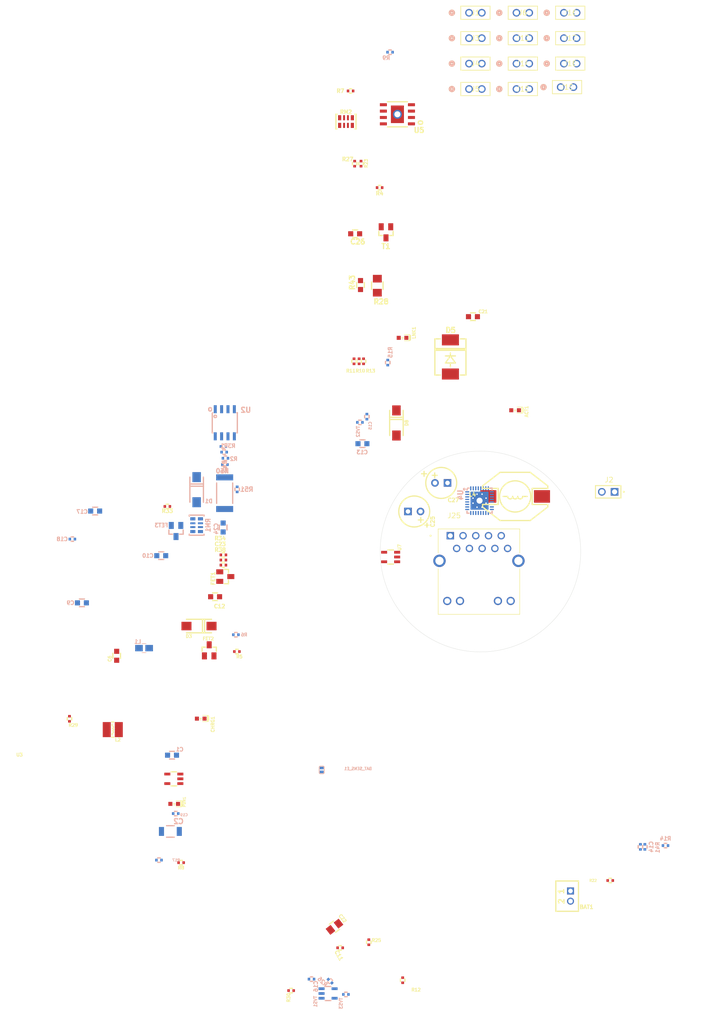
<source format=kicad_pcb>
(kicad_pcb (version 20221018) (generator pcbnew)
  (title_block (title "ESP32-PoE") (date "2024-06-06") (rev "L1") (company "OLIMEX Ltd.") (comment 1 "https://www.olimex.com"))
  (layers (0 "F.Cu" mixed) (1 "In1.Cu" power) (2 "In2.Cu" power) (31 "B.Cu" mixed) (34 "B.Paste" user) (35 "F.Paste" user) (36 "B.SilkS" user "B.Silkscreen") (37 "F.SilkS" user "F.Silkscreen") (38 "B.Mask" user) (39 "F.Mask" user) (44 "Edge.Cuts" user))
  (net 0 "")
  (net 1 "+5V")
  (net 2 "GND")
  (net 3 "Net-(ACT1-K)")
  (net 4 "Net-(ACT1-A)")
  (net 5 "Net-(U3-VBAT)")
  (net 7 "/+5V_USB")
  (net 8 "Net-(D3-K)")
  (net 9 "Net-(J25-RCT)")
  (net 10 "Net-(D5-K)")
  (net 11 "Net-(U4-VDDCR)")
  (net 12 "Net-(U4-NRST)")
  (net 13 "Net-(U5-FB)")
  (net 14 "Net-(CHRG1-K)")
  (net 15 "+5VP")
  (net 16 "Spare1")
  (net 17 "Spare2")
  (net 18 "/GPI39")
  (net 20 "Net-(C2-Pad2)")
  (net 24 "+3.3VLAN")
  (net 25 "Net-(U7-LX)")
  (net 26 "/GPI35")
  (net 27 "Net-(LNK1-K)")
  (net 28 "Net-(LNK1-A)")
  (net 30 "Net-(PWR1-K)")
  (net 31 "Net-(C10-Pad2)")
  (net 32 "Net-(C12-Pad2)")
  (net 33 "Net-(T1-C)")
  (net 34 "Net-(U3-PROG)")
  (net 35 "Net-(U2-DET)")
  (net 36 "Net-(U3-CHRGb)")
  (net 37 "Net-(U2-ILIM)")
  (net 38 "Net-(BAT_SENS_E1-Pad2)")
  (net 39 "/GPIO27\\EMAC_RX_CRS_DV")
  (net 40 "/GPIO25\\EMAC_RXD0(RMII)")
  (net 41 "/GPIO18\\MDIO(RMII)")
  (net 42 "/GPIO26\\EMAC_RXD1(RMII)")
  (net 43 "/GPIO12\\PHY_PWR")
  (net 44 "/GPIO22\\EMAC_TXD1(RMII)")
  (net 45 "/GPIO19\\EMAC_TXD0(RMII)")
  (net 46 "/GPIO21\\EMAC_TX_EN(RMII)")
  (net 47 "/GPIO23\\MDC(RMII)")
  (net 48 "/GPIO17\\EMAC_CLK_OUT_180")
  (net 49 "/TD+")
  (net 50 "/TD-")
  (net 51 "/RD+")
  (net 52 "/RD-")
  (net 53 "Net-(U4-RBIAS)")
  (net 54 "Net-(U2-CLASS)")
  (net 55 "Net-(U7-FB)")
  (net 56 "Net-(U5-BS)")
  (net 57 "Net-(U4-RXER{slash}RXD4{slash}PHYAD0)")
  (net 58 "Net-(R28-Pad1)")
  (net 59 "Net-(U2-NC{slash}UVLO)")
  (net 60 "Net-(U4-RXCLK{slash}PHYAD1)")
  (net 61 "Net-(U4-RXD3{slash}PHYAD2)")
  (net 62 "Net-(C26-Pad1)")
  (net 63 "Net-(U4-RXD2{slash}RMIISEL)")
  (net 64 "+3.3V")
  (net 65 "Net-(U2-PG)")
  (footprint "OLIMEX_Transistors-FP:SOT23" (layer "F.Cu") (at 50.1523 154.40656 -90)
    (fp_text reference "FET2" (at -2.32156 0.1905) (layer "F.SilkS") (effects (font (size 0.635 0.635) (thickness 0.15875))))
    (fp_text value "WPM2015-3/TR")
    (pad "1" smd rect (at 1.10744 0.94996 270) (size 1.4 1) (layers "F.Cu" "F.Paste" "F.Mask") (net 1 "+5V") (clearance 0.0508))
    (pad "2" smd rect (at 1.10744 -0.9525 270) (size 1.4 1) (layers "F.Cu" "F.Paste" "F.Mask") (net 8 "Net-(D3-K)") (clearance 0.0508))
    (pad "3" smd rect (at -1.10236 0.00254 270) (size 1.4 1) (layers "F.Cu" "F.Paste" "F.Mask") (net 5 "Net-(U3-VBAT)") (clearance 0.0508))
  )
  (footprint "OLIMEX_RLC-FP:R_MATRIX_4" (layer "F.Cu") (at 77.441101 49.079399 180)
    (fp_text reference "RM2" (at 0 1.905) (layer "F.SilkS") (effects (font (size 0.762 0.762) (thickness 0.1905))))
    (fp_text value "RA1206_(4X0603)_4B8_2.2k")
    (pad "1.1" smd rect (at -1.27 0.762 180) (size 0.635 1.016) (layers "F.Cu" "F.Paste" "F.Mask") (net 24 "+3.3VLAN") (clearance 0.0508))
    (pad "1.2" smd rect (at -1.27 -0.762 180) (size 0.635 1.016) (layers "F.Cu" "F.Paste" "F.Mask") (net 42 "/GPIO26\\EMAC_RXD1(RMII)") (clearance 0.0508))
    (pad "2.1" smd rect (at -0.381 0.762 180) (size 0.381 1.016) (layers "F.Cu" "F.Paste" "F.Mask") (net 24 "+3.3VLAN") (clearance 0.0508))
    (pad "2.2" smd rect (at -0.381 -0.762 180) (size 0.381 1.016) (layers "F.Cu" "F.Paste" "F.Mask") (net 40 "/GPIO25\\EMAC_RXD0(RMII)") (clearance 0.0508))
    (pad "3.1" smd rect (at 0.381 0.762 180) (size 0.381 1.016) (layers "F.Cu" "F.Paste" "F.Mask") (net 24 "+3.3VLAN") (clearance 0.0508))
    (pad "3.2" smd rect (at 0.381 -0.762 180) (size 0.381 1.016) (layers "F.Cu" "F.Paste" "F.Mask") (net 39 "/GPIO27\\EMAC_RX_CRS_DV") (clearance 0.0508))
    (pad "4.1" smd rect (at 1.27 0.762 180) (size 0.635 1.016) (layers "F.Cu" "F.Paste" "F.Mask") (net 24 "+3.3VLAN") (clearance 0.0508))
    (pad "4.2" smd rect (at 1.27 -0.762 180) (size 0.635 1.016) (layers "F.Cu" "F.Paste" "F.Mask") (net 41 "/GPIO18\\MDIO(RMII)") (clearance 0.0508))
  )
  (footprint "OLIMEX_RLC-FP:R_0402_5MIL_DWS" (layer "F.Cu") (at 84.146701 62.236599)
    (fp_text reference "R4" (at 0 1.143) (layer "F.SilkS") (effects (font (size 0.762 0.762) (thickness 0.1905))))
    (fp_text value "47k/R0402")
    (pad "1" smd rect (at -0.508 0 180) (size 0.5 0.55) (layers "F.Cu" "F.Paste" "F.Mask") (net 1 "+5V"))
    (pad "2" smd rect (at 0.508 0) (size 0.5 0.55) (layers "F.Cu" "F.Paste" "F.Mask") (net 18 "/GPI39"))
  )
  (footprint "OLIMEX_RLC-FP:R_0402_5MIL_DWS" (layer "F.Cu") (at 44.5516 196.6976 180)
    (fp_text reference "R8" (at 0 -1.016 180) (layer "F.SilkS") (effects (font (size 0.635 0.635) (thickness 0.15875))))
    (fp_text value "2.2k/R0402")
    (pad "1" smd rect (at -0.508 0) (size 0.5 0.55) (layers "F.Cu" "F.Paste" "F.Mask") (net 14 "Net-(CHRG1-K)"))
    (pad "2" smd rect (at 0.508 0 180) (size 0.5 0.55) (layers "F.Cu" "F.Paste" "F.Mask") (net 36 "Net-(U3-CHRGb)"))
  )
  (footprint "OLIMEX_LEDs-FP:LED_0603_KA" (layer "F.Cu") (at 48.4632 168.0108 180)
    (fp_text reference "CHRG1" (at -2.413 -1.143 270) (layer "F.SilkS") (effects (font (size 0.635 0.635) (thickness 0.15875))))
    (fp_text value "LED/YELLOW/0603")
    (pad "1" smd rect (at -0.762 0) (size 0.8 0.8) (layers "F.Cu" "F.Paste" "F.Mask") (net 14 "Net-(CHRG1-K)"))
    (pad "2" smd rect (at 0.762 0) (size 0.8 0.8) (layers "F.Cu" "F.Paste" "F.Mask") (net 1 "+5V"))
  )
  (footprint "OLIMEX_RLC-FP:R_0402_5MIL_DWS" (layer "F.Cu") (at 130.14706 200.25614 180)
    (fp_text reference "R22" (at 3.429 0) (layer "F.SilkS") (effects (font (size 0.508 0.508) (thickness 0.127))))
    (fp_text value "470k/R0402")
    (pad "1" smd rect (at -0.508 0) (size 0.5 0.55) (layers "F.Cu" "F.Paste" "F.Mask") (net 38 "Net-(BAT_SENS_E1-Pad2)"))
    (pad "2" smd rect (at 0.508 0 180) (size 0.5 0.55) (layers "F.Cu" "F.Paste" "F.Mask") (net 2 "GND"))
  )
  (footprint "OLIMEX_RLC-FP:R_0402_5MIL_DWS" (layer "F.Cu") (at 55.6768 154.6504)
    (fp_text reference "R5" (at 0.508 1.016 180) (layer "F.SilkS") (effects (font (size 0.635 0.635) (thickness 0.15875))))
    (fp_text value "2.2k/R0402")
    (pad "1" smd rect (at -0.508 0 180) (size 0.5 0.55) (layers "F.Cu" "F.Paste" "F.Mask") (net 30 "Net-(PWR1-K)"))
    (pad "2" smd rect (at 0.508 0) (size 0.5 0.55) (layers "F.Cu" "F.Paste" "F.Mask") (net 2 "GND"))
  )
  (footprint "OLIMEX_RLC-FP:R_0402_5MIL_DWS" (layer "F.Cu") (at 80.946301 96.831399 -90)
    (fp_text reference "R13" (at 1.905 -1.397) (layer "F.SilkS") (effects (font (size 0.635 0.635) (thickness 0.15875))))
    (fp_text value "49.9R/1%/R0402")
    (pad "1" smd rect (at -0.508 0 90) (size 0.5 0.55) (layers "F.Cu" "F.Paste" "F.Mask") (net 9 "Net-(J25-RCT)"))
    (pad "2" smd rect (at 0.508 0 270) (size 0.5 0.55) (layers "F.Cu" "F.Paste" "F.Mask") (net 49 "/TD+"))
  )
  (footprint "OLIMEX_RLC-FP:R_0402_5MIL_DWS" (layer "F.Cu") (at 81.9912 212.5472 90)
    (fp_text reference "R25" (at 0.381 1.524 180) (layer "F.SilkS") (effects (font (size 0.635 0.635) (thickness 0.15875))))
    (fp_text value "10k/R0402")
    (pad "1" smd rect (at -0.508 0 270) (size 0.5 0.55) (layers "F.Cu" "F.Paste" "F.Mask") (net 12 "Net-(U4-NRST)"))
    (pad "2" smd rect (at 0.508 0 90) (size 0.5 0.55) (layers "F.Cu" "F.Paste" "F.Mask") (net 24 "+3.3VLAN"))
  )
  (footprint "OLIMEX_RLC-FP:C_0603_5MIL_DWS" (layer "F.Cu") (at 102.764901 87.941399 180)
    (fp_text reference "C21" (at -2.032 1.016 180) (layer "F.SilkS") (effects (font (size 0.635 0.635) (thickness 0.15875))))
    (fp_text value "NA(10uF/6.3V/20%/X5R/C0603)")
    (pad "1" smd rect (at -0.889 0 180) (size 1.016 1.016) (layers "F.Cu" "F.Paste" "F.Mask") (net 2 "GND") (clearance 0.0508))
    (pad "2" smd rect (at 0.889 0 180) (size 1.016 1.016) (layers "F.Cu" "F.Paste" "F.Mask") (net 12 "Net-(U4-NRST)") (clearance 0.0508))
  )
  (footprint "OLIMEX_Diodes-FP:SMA-KA" (layer "F.Cu") (at 87.499501 109.114199 -90)
    (fp_text reference "D8" (at 0 -2.032 90) (layer "F.SilkS") (effects (font (size 0.635 0.635) (thickness 0.15875))))
    (fp_text value "SMAJ58A/SMA")
    (pad "1" smd rect (at -2.5 0 270) (size 2 1.7) (layers "F.Cu" "F.Paste" "F.Mask") (net 16 "Spare1"))
    (pad "2" smd rect (at 2.5 0 270) (size 2 1.7) (layers "F.Cu" "F.Paste" "F.Mask") (net 17 "Spare2"))
  )
  (footprint "OLIMEX_RLC-FP:C_0805_5MIL_DWS" (layer "F.Cu") (at 75.145381 209.464312 38)
    (fp_text reference "C22" (at 2.292872 -0.315802 308) (layer "F.SilkS") (effects (font (size 0.635 0.635) (thickness 0.15875))))
    (fp_text value "47uF/6.3V/20%/X5R/C0805")
    (pad "1" smd rect (at -1.016 0 128) (size 1.524 1.27) (layers "F.Cu" "F.Paste" "F.Mask") (net 64 "+3.3V"))
    (pad "2" smd rect (at 1.016 0 128) (size 1.524 1.27) (layers "F.Cu" "F.Paste" "F.Mask") (net 2 "GND"))
  )
  (footprint "OLIMEX_RLC-FP:R_0402_5MIL_DWS" (layer "F.Cu") (at 41.8084 125.7452)
    (fp_text reference "R33" (at 0 0.889) (layer "F.SilkS") (effects (font (size 0.762 0.762) (thickness 0.1905))))
    (fp_text value "4.7R/R0402")
    (pad "1" smd rect (at -0.508 0 180) (size 0.5 0.55) (layers "F.Cu" "F.Paste" "F.Mask") (net 56 "Net-(U5-BS)"))
    (pad "2" smd rect (at 0.508 0) (size 0.5 0.55) (layers "F.Cu" "F.Paste" "F.Mask") (net 32 "Net-(C12-Pad2)"))
  )
  (footprint "OLIMEX_Transistors-FP:SOT23" (layer "F.Cu") (at 53.3654 139.7152 180)
    (fp_text reference "FET1" (at 2.413 -0.381 270) (layer "F.SilkS") (effects (font (size 0.762 0.762) (thickness 0.1905))))
    (fp_text value "WPM2015-3/TR")
    (pad "1" smd rect (at 1.10744 0.94996 180) (size 1.4 1) (layers "F.Cu" "F.Paste" "F.Mask") (net 15 "+5VP") (clearance 0.0508))
    (pad "2" smd rect (at 1.10744 -0.9525 180) (size 1.4 1) (layers "F.Cu" "F.Paste" "F.Mask") (net 1 "+5V") (clearance 0.0508))
    (pad "3" smd rect (at -1.10236 0.00254 180) (size 1.4 1) (layers "F.Cu" "F.Paste" "F.Mask") (net 7 "/+5V_USB") (clearance 0.0508))
  )
  (footprint "OLIMEX_RLC-FP:C_0603_5MIL_DWS" (layer "F.Cu") (at 51.3334 143.7284 180)
    (fp_text reference "C12" (at -0.889 -1.905 180) (layer "F.SilkS") (effects (font (size 0.762 0.762) (thickness 0.1905))))
    (fp_text value "100nF/100V/10%/X7R/C0603")
    (pad "1" smd rect (at -0.889 0 180) (size 1.016 1.016) (layers "F.Cu" "F.Paste" "F.Mask") (net 10 "Net-(D5-K)") (clearance 0.0508))
    (pad "2" smd rect (at 0.889 0 180) (size 1.016 1.016) (layers "F.Cu" "F.Paste" "F.Mask") (net 32 "Net-(C12-Pad2)") (clearance 0.0508))
  )
  (footprint "OLIMEX_RLC-FP:C_0402_5MIL_DWS" (layer "F.Cu") (at 52.9844 136.4132)
    (fp_text reference "C23" (at -0.635 -3.175) (layer "F.SilkS") (effects (font (size 0.762 0.762) (thickness 0.1905))))
    (fp_text value "12pF/50V/5%/COG/C0402")
    (pad "1" smd rect (at -0.508 0 180) (size 0.5 0.55) (layers "F.Cu" "F.Paste" "F.Mask") (net 15 "+5VP"))
    (pad "2" smd rect (at 0.508 0) (size 0.5 0.55) (layers "F.Cu" "F.Paste" "F.Mask") (net 13 "Net-(U5-FB)"))
  )
  (footprint "OLIMEX_RLC-FP:R_0402_5MIL_DWS" (layer "F.Cu") (at 52.9844 135.3972 180)
    (fp_text reference "R34" (at 0.635 3.302 180) (layer "F.SilkS") (effects (font (size 0.762 0.762) (thickness 0.1905))))
    (fp_text value "5.23k/1%/R0402")
    (pad "1" smd rect (at -0.508 0) (size 0.5 0.55) (layers "F.Cu" "F.Paste" "F.Mask") (net 13 "Net-(U5-FB)"))
    (pad "2" smd rect (at 0.508 0 180) (size 0.5 0.55) (layers "F.Cu" "F.Paste" "F.Mask") (net 2 "GND"))
  )
  (footprint "OLIMEX_RLC-FP:R_0402_5MIL_DWS" (layer "F.Cu") (at 52.9844 137.4292)
    (fp_text reference "R38" (at -0.635 -3.048) (layer "F.SilkS") (effects (font (size 0.762 0.762) (thickness 0.1905))))
    (fp_text value "30.1k/1%/R0402")
    (pad "1" smd rect (at -0.508 0 180) (size 0.5 0.55) (layers "F.Cu" "F.Paste" "F.Mask") (net 15 "+5VP"))
    (pad "2" smd rect (at 0.508 0) (size 0.5 0.55) (layers "F.Cu" "F.Paste" "F.Mask") (net 13 "Net-(U5-FB)"))
  )
  (footprint "OLIMEX_RLC-FP:CD32" (layer "F.Cu") (at 30.918 170.1952)
    (fp_text reference "L2" (at 1.016 2.032) (layer "F.SilkS") (effects (font (size 0.635 0.635) (thickness 0.15875))))
    (fp_text value "2.2uH/1.5A/DCR=72mR/20%/3.00x3.00x1.50mm/CD32(NR3015T2R2M)")
    (pad "1" smd rect (at -1.2 0 180) (size 1.6 3) (layers "F.Cu" "F.Paste" "F.Mask") (net 25 "Net-(U7-LX)") (clearance 0.0508))
    (pad "2" smd rect (at 1.2 0 180) (size 1.6 3) (layers "F.Cu" "F.Paste" "F.Mask") (net 64 "+3.3V") (clearance 0.0508))
  )
  (footprint "OLIMEX_RLC-FP:CPOL-RM2.5mm_6.3x11mm_PTH" (layer "F.Cu") (at 96.4384 121.0564)
    (fp_text reference "C27" (at 2.413 3.429) (layer "F.SilkS") (effects (font (size 0.762 0.762) (thickness 0.1905))))
    (fp_text value "15uF/100V/20%/RM2.5/6.3x11mm(Farnell:1281844)")
    (fp_text user "+" (at -1.3 -1.6) (layer "F.SilkS") (effects (font (size 1.27 1.27) (thickness 0.254))))
    (fp_text user "+" (at -3.429 -1.905) (layer "F.SilkS") (effects (font (size 1.27 1.27) (thickness 0.254))))
    (pad "1" thru_hole circle (at -1.25 0) (size 1.524 1.524) (drill 0.9) (layers "*.Cu" "*.Mask") (net 16 "Spare1"))
    (pad "2" thru_hole rect (at 1.25 0) (size 1.524 1.524) (drill 0.9) (layers "*.Cu" "*.Mask") (net 2 "GND"))
  )
  (footprint "OLIMEX_Diodes-FP:DO214AB(SMC)_1(K)-2(A)" (layer "F.Cu") (at 98.269101 95.964199 -90)
    (fp_text reference "D5" (at -5.334 -0.0508) (layer "F.SilkS") (effects (font (size 1.016 1.016) (thickness 0.254))))
    (fp_text value "SS510/100V/5A/0.85V/DO214AB(SMC)")
    (pad "1" smd rect (at -3.4 0 270) (size 2.2 3.4) (layers "F.Cu" "F.Paste" "F.Mask") (net 10 "Net-(D5-K)"))
    (pad "2" smd rect (at 3.4 0 270) (size 2.2 3.4) (layers "F.Cu" "F.Paste" "F.Mask") (net 2 "GND"))
  )
  (footprint "OLIMEX_RLC-FP:CPOL-RM2.5mm_6.3x11mm_PTH" (layer "F.Cu") (at 91.0536 126.746 180)
    (fp_text reference "C25" (at -3.683 -2.032 90) (layer "F.SilkS") (effects (font (size 0.762 0.762) (thickness 0.1905))))
    (fp_text value "470uF/10V/20%/Low_ESR/RM2.5/6.0x11mm")
    (fp_text user "+" (at -2.54 -2.667) (layer "F.SilkS") (effects (font (size 1.016 1.016) (thickness 0.254))))
    (fp_text user "+" (at -1.3 -1.6) (layer "F.SilkS") (effects (font (size 1.27 1.27) (thickness 0.254))))
    (pad "1" thru_hole circle (at -1.25 0 180) (size 1.524 1.524) (drill 0.9) (layers "*.Cu" "*.Mask") (net 15 "+5VP"))
    (pad "2" thru_hole rect (at 1.25 0 180) (size 1.524 1.524) (drill 0.9) (layers "*.Cu" "*.Mask") (net 2 "GND"))
  )
  (footprint "OLIMEX_RLC-FP:DBS135" (layer "F.Cu") (at 111.1852 123.7488 180)
    (fp_text reference "L4" (at 8.509 0.381 180) (layer "F.SilkS") (effects (font (size 0.762 0.762) (thickness 0.1905))))
    (fp_text value "33uH/2.1A/DCR=0.1R/20%/DBS135(PD3316MT330)")
    (pad "1" smd rect (at -5.35 0 180) (size 3.2 2.5) (layers "F.Cu" "F.Paste" "F.Mask") (net 10 "Net-(D5-K)"))
    (pad "2" smd rect (at 5.35 0 180) (size 3.2 2.5) (layers "F.Cu" "F.Paste" "F.Mask") (net 15 "+5VP"))
  )
  (footprint "OLIMEX_RLC-FP:R_0402_5MIL_DWS" (layer "F.Cu") (at 22.282 168.0362 90)
    (fp_text reference "R29" (at -1.27 0.762) (layer "F.SilkS") (effects (font (size 0.635 0.635) (thickness 0.15875))))
    (fp_text value "220k/R0402")
    (pad "1" smd rect (at -0.508 0 270) (size 0.5 0.55) (layers "F.Cu" "F.Paste" "F.Mask") (net 55 "Net-(U7-FB)"))
    (pad "2" smd rect (at 0.508 0 90) (size 0.5 0.55) (layers "F.Cu" "F.Paste" "F.Mask") (net 64 "+3.3V"))
  )
  (footprint "OLIMEX_RLC-FP:R_0402_5MIL_DWS" (layer "F.Cu") (at 66.4972 222.184)
    (fp_text reference "R30" (at -0.508 1.397 90) (layer "F.SilkS") (effects (font (size 0.635 0.635) (thickness 0.15875))))
    (fp_text value "49.9k/1%/R0402")
    (pad "1" smd rect (at -0.508 0 180) (size 0.5 0.55) (layers "F.Cu" "F.Paste" "F.Mask") (net 55 "Net-(U7-FB)"))
    (pad "2" smd rect (at 0.508 0) (size 0.5 0.55) (layers "F.Cu" "F.Paste" "F.Mask") (net 2 "GND"))
  )
  (footprint "OLIMEX_RLC-FP:C_0603_5MIL_DWS" (layer "F.Cu") (at 31.6992 155.4886 -90)
    (fp_text reference "C6" (at 0.5842 1.3716 270) (layer "F.SilkS") (effects (font (size 0.635 0.635) (thickness 0.15875))))
    (fp_text value "22uF/6.3V/20%/X5R/C0603")
    (pad "1" smd rect (at -0.889 0 270) (size 1.016 1.016) (layers "F.Cu" "F.Paste" "F.Mask") (net 8 "Net-(D3-K)") (clearance 0.0508))
    (pad "2" smd rect (at 0.889 0 270) (size 1.016 1.016) (layers "F.Cu" "F.Paste" "F.Mask") (net 2 "GND") (clearance 0.0508))
  )
  (footprint "OLIMEX_Diodes-FP:SMA-KA" (layer "F.Cu") (at 48.1184 149.5704 180)
    (fp_text reference "D3" (at 2.032 -2.032 180) (layer "F.SilkS") (effects (font (size 0.635 0.635) (thickness 0.15875))))
    (fp_text value "1N5822/SS34/SMA")
    (pad "1" smd rect (at -2.5 0 180) (size 2 1.7) (layers "F.Cu" "F.Paste" "F.Mask") (net 8 "Net-(D3-K)"))
    (pad "2" smd rect (at 2.5 0 180) (size 2 1.7) (layers "F.Cu" "F.Paste" "F.Mask") (net 1 "+5V"))
  )
  (footprint "OLIMEX_Regulators-FP:SOT-23-5" (layer "F.Cu") (at 86.346301 135.815799)
    (fp_text reference "U7" (at 1.778 -1.905 90) (layer "F.SilkS") (effects (font (size 0.635 0.635) (thickness 0.15875))))
    (fp_text value "SY8089AAAC(SOT23-5)")
    (pad "1" smd rect (at 1.3 0.95) (size 1.2 0.55) (layers "F.Cu" "F.Paste" "F.Mask") (net 8 "Net-(D3-K)") (clearance 0.0508))
    (pad "2" smd rect (at 1.3 0) (size 1.2 0.55) (layers "F.Cu" "F.Paste" "F.Mask") (net 2 "GND") (clearance 0.0508))
    (pad "3" smd rect (at 1.3 -0.95) (size 1.2 0.55) (layers "F.Cu" "F.Paste" "F.Mask") (net 25 "Net-(U7-LX)") (clearance 0.0508))
    (pad "4" smd rect (at -1.3 -0.95) (size 1.2 0.55) (layers "F.Cu" "F.Paste" "F.Mask") (net 8 "Net-(D3-K)") (clearance 0.0508))
    (pad "5" smd rect (at -1.3 0.95) (size 1.2 0.55) (layers "F.Cu" "F.Paste" "F.Mask") (net 55 "Net-(U7-FB)") (clearance 0.0508))
  )
  (footprint "OLIMEX_RLC-FP:R_0402_5MIL_DWS" (layer "F.Cu") (at 80.057301 96.831399 -90)
    (fp_text reference "R10" (at 1.905 -0.254 180) (layer "F.SilkS") (effects (font (size 0.635 0.635) (thickness 0.15875))))
    (fp_text value "49.9R/1%/R0402")
    (pad "1" smd rect (at -0.508 0 90) (size 0.5 0.55) (layers "F.Cu" "F.Paste" "F.Mask") (net 9 "Net-(J25-RCT)"))
    (pad "2" smd rect (at 0.508 0 270) (size 0.5 0.55) (layers "F.Cu" "F.Paste" "F.Mask") (net 52 "/RD-"))
  )
  (footprint "OLIMEX_RLC-FP:C_0402_5MIL_DWS" (layer "F.Cu") (at 76.2762 213.6648)
    (fp_text reference "C11" (at -0.254 1.524 120) (layer "F.SilkS") (effects (font (size 0.762 0.762) (thickness 0.1905))))
    (fp_text value "100nF/16V/10%/X7R/C0402")
    (pad "1" smd rect (at -0.508 0 180) (size 0.5 0.55) (layers "F.Cu" "F.Paste" "F.Mask") (net 9 "Net-(J25-RCT)"))
    (pad "2" smd rect (at 0.508 0) (size 0.5 0.55) (layers "F.Cu" "F.Paste" "F.Mask") (net 2 "GND"))
  )
  (footprint "OLIMEX_RLC-FP:R_0402_5MIL_DWS" (layer "F.Cu") (at 88.7476 220.1164 -90)
    (fp_text reference "R12" (at 1.905 -2.667 180) (layer "F.SilkS") (effects (font (size 0.635 0.635) (thickness 0.15875))))
    (fp_text value "49.9R/1%/R0402")
    (pad "1" smd rect (at -0.508 0 90) (size 0.5 0.55) (layers "F.Cu" "F.Paste" "F.Mask") (net 9 "Net-(J25-RCT)"))
    (pad "2" smd rect (at 0.508 0 270) (size 0.5 0.55) (layers "F.Cu" "F.Paste" "F.Mask") (net 50 "/TD-"))
  )
  (footprint "OLIMEX_LEDs-FP:LED_0603_KA" (layer "F.Cu") (at 111.172301 106.584999 180)
    (fp_text reference "ACT1" (at -2.286 -0.254 270) (layer "F.SilkS") (effects (font (size 0.635 0.635) (thickness 0.15875))))
    (fp_text value "LED/YELLOW/0603")
    (pad "1" smd rect (at -0.762 0) (size 0.8 0.8) (layers "F.Cu" "F.Paste" "F.Mask") (net 3 "Net-(ACT1-K)"))
    (pad "2" smd rect (at 0.762 0) (size 0.8 0.8) (layers "F.Cu" "F.Paste" "F.Mask") (net 4 "Net-(ACT1-A)"))
  )
  (footprint "OLIMEX_LEDs-FP:LED_0603_KA" (layer "F.Cu") (at 88.718701 92.157799 180)
    (fp_text reference "LNK1" (at -2.286 1.016 270) (layer "F.SilkS") (effects (font (size 0.635 0.635) (thickness 0.15875))))
    (fp_text value "LED/GREEN/0603")
    (pad "1" smd rect (at -0.762 0) (size 0.8 0.8) (layers "F.Cu" "F.Paste" "F.Mask") (net 27 "Net-(LNK1-K)"))
    (pad "2" smd rect (at 0.762 0) (size 0.8 0.8) (layers "F.Cu" "F.Paste" "F.Mask") (net 28 "Net-(LNK1-A)"))
  )
  (footprint "OLIMEX_RLC-FP:R_0402_5MIL_DWS" (layer "F.Cu") (at 79.041301 96.831399 -90)
    (fp_text reference "R11" (at 1.905 0.635) (layer "F.SilkS") (effects (font (size 0.635 0.635) (thickness 0.15875))))
    (fp_text value "49.9R/1%/R0402")
    (pad "1" smd rect (at -0.508 0 90) (size 0.5 0.55) (layers "F.Cu" "F.Paste" "F.Mask") (net 9 "Net-(J25-RCT)"))
    (pad "2" smd rect (at 0.508 0 270) (size 0.5 0.55) (layers "F.Cu" "F.Paste" "F.Mask") (net 51 "/RD+"))
  )
  (footprint "OLIMEX_RLC-FP:R_1206_5MIL_DWS" (layer "F.Cu") (at 83.689501 81.769199 90)
    (fp_text reference "R28" (at -3.175 0.762) (layer "F.SilkS") (effects (font (size 1.016 1.016) (thickness 0.254))))
    (fp_text value "0.03R/1%/R1206")
    (pad "1" smd rect (at -1.397 0 90) (size 1.524 1.778) (layers "F.Cu" "F.Paste" "F.Mask") (net 58 "Net-(R28-Pad1)"))
    (pad "2" smd rect (at 1.397 0 90) (size 1.524 1.778) (layers "F.Cu" "F.Paste" "F.Mask") (net 16 "Spare1"))
  )
  (footprint "OLIMEX_Regulators-FP:ESOIC-8" (layer "F.Cu") (at 87.696701 47.631599 90)
    (fp_text reference "U5" (at -3.175 4.318 180) (layer "F.SilkS") (effects (font (size 1.016 1.016) (thickness 0.254))))
    (fp_text value "TX4138(ESOIC-8)")
    (fp_text user "o" (at -1.651 4.445 90) (layer "F.SilkS") (effects (font (size 1.27 1.27) (thickness 0.254))))
    (pad "1" smd rect (at -1.905 2.8 90) (size 0.6 1.4) (layers "F.Cu" "F.Paste" "F.Mask") (net 10 "Net-(D5-K)") (clearance 0.0508))
    (pad "2" smd rect (at -0.635 2.8 90) (size 0.6 1.4) (layers "F.Cu" "F.Paste" "F.Mask") (net 58 "Net-(R28-Pad1)") (clearance 0.0508))
    (pad "3" smd rect (at 0.635 2.8 90) (size 0.6 1.4) (layers "F.Cu" "F.Paste" "F.Mask") (net 16 "Spare1") (clearance 0.0508))
    (pad "4" smd rect (at 1.905 2.8 90) (size 0.6 1.4) (layers "F.Cu" "F.Paste" "F.Mask") (net 2 "GND") (clearance 0.0508))
    (pad "5" smd rect (at 1.905 -2.8 90) (size 0.6 1.4) (layers "F.Cu" "F.Paste" "F.Mask") (net 13 "Net-(U5-FB)") (clearance 0.0508))
    (pad "6" smd rect (at 0.635 -2.8 90) (size 0.6 1.4) (layers "F.Cu" "F.Paste" "F.Mask") (net 65 "Net-(U2-PG)") (clearance 0.0508))
    (pad "7" smd rect (at -0.635 -2.8 90) (size 0.6 1.4) (layers "F.Cu" "F.Paste" "F.Mask") (clearance 0.0508))
    (pad "8" smd rect (at -1.905 -2.8 90) (size 0.6 1.4) (layers "F.Cu" "F.Paste" "F.Mask") (net 56 "Net-(U5-BS)") (clearance 0.0508))
    (pad "9" thru_hole circle (at 0 0 90) (size 1.8 1.8) (drill 1.2) (layers "*.Cu" "*.Mask") (net 58 "Net-(R28-Pad1)") (clearance 0.0508))
    (pad "9" smd rect (at 0 0 180) (size 2.6 3.5) (layers "F.Cu" "F.Paste" "F.Mask") (net 58 "Net-(R28-Pad1)"))
  )
  (footprint "OLIMEX_RLC-FP:C_0603_5MIL_DWS" (layer "F.Cu") (at 79.269901 71.431399 180)
    (fp_text reference "C26" (at -0.508 -1.5875) (layer "F.SilkS") (effects (font (size 1.016 1.016) (thickness 0.254))))
    (fp_text value "NA(220pF/100V/C0603)")
    (pad "1" smd rect (at -0.889 0 180) (size 1.016 1.016) (layers "F.Cu" "F.Paste" "F.Mask") (net 62 "Net-(C26-Pad1)") (clearance 0.0508))
    (pad "2" smd rect (at 0.889 0 180) (size 1.016 1.016) (layers "F.Cu" "F.Paste" "F.Mask") (net 2 "GND") (clearance 0.0508))
  )
  (footprint "OLIMEX_RLC-FP:R_0603_5MIL_DWS" (layer "F.Cu") (at 80.336701 81.642199 90)
    (fp_text reference "R43" (at 0.508 -1.651 90) (layer "F.SilkS") (effects (font (size 1.016 1.016) (thickness 0.254))))
    (fp_text value "NA(22R/R0603)")
    (pad "1" smd rect (at -0.889 0 90) (size 1.016 1.016) (layers "F.Cu" "F.Paste" "F.Mask") (net 62 "Net-(C26-Pad1)"))
    (pad "2" smd rect (at 0.889 0 90) (size 1.016 1.016) (layers "F.Cu" "F.Paste" "F.Mask") (net 10 "Net-(D5-K)"))
  )
  (footprint "OLIMEX_Connectors-FP:LIPO_BAT_VERTICAL_DW02S" (layer "F.Cu") (at 118.68658 203.36764 -90)
    (fp_text reference "BAT1" (at 2.159 -6.731 180) (layer "F.SilkS") (effects (font (size 0.762 0.762) (thickness 0.1905))))
    (fp_text value "DW02S")
    (fp_text user "1" (at -0.98298 -1.67894 90) (layer "F.SilkS") (effects (font (size 1.1 1.1) (thickness 0.254))))
    (fp_text user "2" (at 1.02108 -1.72974 90) (layer "F.SilkS") (effects (font (size 1.1 1.1) (thickness 0.254))))
    (pad "1" thru_hole rect (at -1.0287 -3.53568 270) (size 1.4 1.4) (drill 0.9) (layers "*.Cu" "*.Mask") (net 5 "Net-(U3-VBAT)"))
    (pad "2" thru_hole circle (at 1.00076 -3.53822 270) (size 1.4 1.4) (drill 0.9) (layers "*.Cu" "*.Mask") (net 2 "GND"))
  )
  (footprint "OLIMEX_IC-FP:SOT-23-5" (layer "F.Cu") (at 43.0992 179.9996)
    (fp_text reference "U3" (at -30.7848 -4.7854) (layer "F.SilkS") (effects (font (size 0.635 0.635) (thickness 0.15875))))
    (fp_text value "BL4054B-42TPRN(SOT23-5)")
    (pad "1" smd rect (at 1.3 0.95) (size 1.2 0.55) (layers "F.Cu" "F.Paste" "F.Mask") (net 36 "Net-(U3-CHRGb)") (clearance 0.0508))
    (pad "2" smd rect (at 1.3 0) (size 1.2 0.55) (layers "F.Cu" "F.Paste" "F.Mask") (net 2 "GND") (clearance 0.0508))
    (pad "3" smd rect (at 1.3 -0.95) (size 1.2 0.55) (layers "F.Cu" "F.Paste" "F.Mask") (net 5 "Net-(U3-VBAT)") (clearance 0.0508))
    (pad "4" smd rect (at -1.3 -0.95) (size 1.2 0.55) (layers "F.Cu" "F.Paste" "F.Mask") (net 1 "+5V") (clearance 0.0508))
    (pad "5" smd rect (at -1.3 0.95) (size 1.2 0.55) (layers "F.Cu" "F.Paste" "F.Mask") (net 34 "Net-(U3-PROG)") (clearance 0.0508))
  )
  (footprint "OLIMEX_Transistors-FP:SOT23" (layer "F.Cu") (at 85.414161 71.141839 90)
    (fp_text reference "T1" (at -2.794 0) (layer "F.SilkS") (effects (font (size 1.016 1.016) (thickness 0.254))))
    (fp_text value "LMUN2211LT1G(SOT-23)")
    (pad "1" smd rect (at 1.10744 0.94996 90) (size 1.4 1) (layers "F.Cu" "F.Paste" "F.Mask") (net 43 "/GPIO12\\PHY_PWR") (clearance 0.0508))
    (pad "2" smd rect (at 1.10744 -0.9525 90) (size 1.4 1) (layers "F.Cu" "F.Paste" "F.Mask") (net 2 "GND") (clearance 0.0508))
    (pad "3" smd rect (at -1.10236 0.00254 90) (size 1.4 1) (layers "F.Cu" "F.Paste" "F.Mask") (net 33 "Net-(T1-C)") (clearance 0.0508))
  )
  (footprint "OLIMEX_LEDs-FP:LED_0603_KA" (layer "F.Cu") (at 43.1708 184.9932 180)
    (fp_text reference "PWR1" (at -2.032 0.381 90) (layer "F.SilkS") (effects (font (size 0.508 0.508) (thickness 0.127))))
    (fp_text value "LED/RED/0603")
    (pad "1" smd rect (at -0.762 0) (size 0.8 0.8) (layers "F.Cu" "F.Paste" "F.Mask") (net 30 "Net-(PWR1-K)"))
    (pad "2" smd rect (at 0.762 0) (size 0.8 0.8) (layers "F.Cu" "F.Paste" "F.Mask") (net 1 "+5V"))
  )
  (footprint "OLIMEX_RLC-FP:R_0402_5MIL_DWS" (layer "F.Cu") (at 79.168301 57.461399 -90)
    (fp_text reference "R27" (at -0.889 1.397) (layer "F.SilkS") (effects (font (size 0.762 0.762) (thickness 0.1905))))
    (fp_text value "4.42k/1%/1/16W/R0402")
    (pad "1" smd rect (at -0.508 0 90) (size 0.5 0.55) (layers "F.Cu" "F.Paste" "F.Mask") (net 17 "Spare2"))
    (pad "2" smd rect (at 0.508 0 270) (size 0.5 0.55) (layers "F.Cu" "F.Paste" "F.Mask") (net 54 "Net-(U2-CLASS)"))
  )
  (footprint "OLIMEX_RLC-FP:R_0402_5MIL_DWS" (layer "F.Cu") (at 80.438301 57.461399 90)
    (fp_text reference "R23" (at 0.0635 1.016 90) (layer "F.SilkS") (effects (font (size 0.6096 0.6096) (thickness 0.1524))))
    (fp_text value "180k/1%/R0402")
    (pad "1" smd rect (at -0.508 0 270) (size 0.5 0.55) (layers "F.Cu" "F.Paste" "F.Mask") (net 37 "Net-(U2-ILIM)"))
    (pad "2" smd rect (at 0.508 0 90) (size 0.5 0.55) (layers "F.Cu" "F.Paste" "F.Mask") (net 17 "Spare2"))
  )
  (footprint "OLIMEX_RLC-FP:R_0402_5MIL_DWS" (layer "F.Cu") (at 78.355501 42.983399)
    (fp_text reference "R7" (at -2.032 0) (layer "F.SilkS") (effects (font (size 0.762 0.762) (thickness 0.1905))))
    (fp_text value "24.9k/1%/R0402")
    (pad "1" smd rect (at -0.508 0 180) (size 0.5 0.55) (layers "F.Cu" "F.Paste" "F.Mask") (net 16 "Spare1"))
    (pad "2" smd rect (at 0.508 0) (size 0.5 0.55) (layers "F.Cu" "F.Paste" "F.Mask") (net 35 "Net-(U2-DET)"))
  )
  (footprint "RS1-02-G:CONN_RS1-02-G_ADM" (layer "F.Cu") (at 111.4454 27.404)
    (fp_text reference "J6" (at 1.27 0 unlocked) (layer "F.SilkS"))
    (fp_text value "RS1-02-G")
    (pad "1" thru_hole circle (at 0 0) (size 1.524 1.524) (drill 1.016) (layers "*.Cu" "*.Mask") (net 41 "/GPIO18\\MDIO(RMII)"))
    (pad "2" thru_hole circle (at 2.54 0) (size 1.524 1.524) (drill 1.016) (layers "*.Cu" "*.Mask") (net 2 "GND"))
  )
  (footprint "RS1-02-G:CONN_RS1-02-G_ADM" (layer "F.Cu") (at 111.4454 37.532)
    (fp_text reference "J14" (at 1.27 0 unlocked) (layer "F.SilkS"))
    (fp_text value "RS1-02-G")
    (pad "1" thru_hole circle (at 0 0) (size 1.524 1.524) (drill 1.016) (layers "*.Cu" "*.Mask") (net 42 "/GPIO26\\EMAC_RXD1(RMII)"))
    (pad "2" thru_hole circle (at 2.54 0) (size 1.524 1.524) (drill 1.016) (layers "*.Cu" "*.Mask") (net 2 "GND"))
  )
  (footprint "RS1-02-G:CONN_RS1-02-G_ADM" (layer "F.Cu") (at 101.9872 32.468)
    (fp_text reference "J3" (at 1.27 0 unlocked) (layer "F.SilkS"))
    (fp_text value "RS1-02-G")
    (pad "1" thru_hole circle (at 0 0) (size 1.524 1.524) (drill 1.016) (layers "*.Cu" "*.Mask") (net 46 "/GPIO21\\EMAC_TX_EN(RMII)"))
    (pad "2" thru_hole circle (at 2.54 0) (size 1.524 1.524) (drill 1.016) (layers "*.Cu" "*.Mask") (net 2 "GND"))
  )
  (footprint "RS1-02-G:CONN_RS1-02-G_ADM" (layer "F.Cu") (at 120.9036 27.404)
    (fp_text reference "J16" (at 1.27 0 unlocked) (layer "F.SilkS"))
    (fp_text value "RS1-02-G")
    (pad "1" thru_hole circle (at 0 0) (size 1.524 1.524) (drill 1.016) (layers "*.Cu" "*.Mask") (net 48 "/GPIO17\\EMAC_CLK_OUT_180"))
    (pad "2" thru_hole circle (at 2.54 0) (size 1.524 1.524) (drill 1.016) (layers "*.Cu" "*.Mask") (net 2 "GND"))
  )
  (footprint "RS1-02-G:CONN_RS1-02-G_ADM" (layer "F.Cu") (at 120.9036 32.468)
    (fp_text reference "J17" (at 1.27 0 unlocked) (layer "F.SilkS"))
    (fp_text value "RS1-02-G")
    (pad "1" thru_hole circle (at 0 0) (size 1.524 1.524) (drill 1.016) (layers "*.Cu" "*.Mask") (net 43 "/GPIO12\\PHY_PWR"))
    (pad "2" thru_hole circle (at 2.54 0) (size 1.524 1.524) (drill 1.016) (layers "*.Cu" "*.Mask") (net 2 "GND"))
  )
  (footprint "RS1-02-G:CONN_RS1-02-G_ADM" (layer "F.Cu") (at 120.9036 37.532)
    (fp_text reference "J18" (at 1.27 0 unlocked) (layer "F.SilkS"))
    (fp_text value "RS1-02-G")
    (pad "1" thru_hole circle (at 0 0) (size 1.524 1.524) (drill 1.016) (layers "*.Cu" "*.Mask") (net 64 "+3.3V"))
    (pad "2" thru_hole circle (at 2.54 0) (size 1.524 1.524) (drill 1.016) (layers "*.Cu" "*.Mask") (net 2 "GND"))
  )
  (footprint "RS1-02-G:CONN_RS1-02-G_ADM" (layer "F.Cu") (at 101.9872 37.532)
    (fp_text reference "J4" (at 1.27 0 unlocked) (layer "F.SilkS"))
    (fp_text value "RS1-02-G")
    (pad "1" thru_hole circle (at 0 0) (size 1.524 1.524) (drill 1.016) (layers "*.Cu" "*.Mask") (net 40 "/GPIO25\\EMAC_RXD0(RMII)"))
    (pad "2" thru_hole circle (at 2.54 0) (size 1.524 1.524) (drill 1.016) (layers "*.Cu" "*.Mask") (net 2 "GND"))
  )
  (footprint "RS1-02-G:CONN_RS1-02-G_ADM" (layer "F.Cu") (at 120.265501 42.221399)
    (fp_text reference "J19" (at 1.27 0 unlocked) (layer "F.SilkS"))
    (fp_text value "RS1-02-G")
    (pad "1" thru_hole circle (at 0 0) (size 1.524 1.524) (drill 1.016) (layers "*.Cu" "*.Mask") (net 15 "+5VP"))
    (pad "2" thru_hole circle (at 2.54 0) (size 1.524 1.524) (drill 1.016) (layers "*.Cu" "*.Mask") (net 2 "GND"))
  )
  (footprint "RS1-02-G:CONN_RS1-02-G_ADM" (layer "F.Cu") (at 101.9872 42.596)
    (fp_text reference "J5" (at 1.27 0 unlocked) (layer "F.SilkS"))
    (fp_text value "RS1-02-G")
    (pad "1" thru_hole circle (at 0 0) (size 1.524 1.524) (drill 1.016) (layers "*.Cu" "*.Mask") (net 47 "/GPIO23\\MDC(RMII)"))
    (pad "2" thru_hole circle (at 2.54 0) (size 1.524 1.524) (drill 1.016) (layers "*.Cu" "*.Mask") (net 2 "GND"))
  )
  (footprint "RS1-02-G:CONN_RS1-02-G_ADM" (layer "F.Cu") (at 101.9872 27.404)
    (fp_text reference "J1" (at 1.27 0 unlocked) (layer "F.SilkS"))
    (fp_text value "RS1-02-G")
    (pad "1" thru_hole circle (at 0 0) (size 1.524 1.524) (drill 1.016) (layers "*.Cu" "*.Mask") (net 44 "/GPIO22\\EMAC_TXD1(RMII)"))
    (pad "2" thru_hole circle (at 2.54 0) (size 1.524 1.524) (drill 1.016) (layers "*.Cu" "*.Mask") (net 2 "GND"))
  )
  (footprint "HMTSW-102-X-X-S-X:SAMTEC_HMTSW-102-X-X-S-X" (layer "F.Cu") (at 129.7432 122.8344)
    (fp_text reference "J2" (at 0.175 -2.385) (layer "F.SilkS"))
    (fp_text value "HMTSW-102-X-X-S-X")
    (pad "01" thru_hole rect (at 1.27 0) (size 1.53 1.53) (drill 1.02) (layers "*.Cu" "*.Mask"))
    (pad "02" thru_hole circle (at -1.27 0) (size 1.53 1.53) (drill 1.02) (layers "*.Cu" "*.Mask"))
  )
  (footprint "RS1-02-G:CONN_RS1-02-G_ADM" (layer "F.Cu") (at 111.4454 32.468)
    (fp_text reference "J13" (at 1.27 0 unlocked) (layer "F.SilkS"))
    (fp_text value "RS1-02-G")
    (pad "1" thru_hole circle (at 0 0) (size 1.524 1.524) (drill 1.016) (layers "*.Cu" "*.Mask") (net 45 "/GPIO19\\EMAC_TXD0(RMII)"))
    (pad "2" thru_hole circle (at 2.54 0) (size 1.524 1.524) (drill 1.016) (layers "*.Cu" "*.Mask") (net 2 "GND"))
  )
  (footprint "RS1-02-G:CONN_RS1-02-G_ADM" (layer "F.Cu") (at 111.4454 42.596)
    (fp_text reference "J15" (at 1.27 0 unlocked) (layer "F.SilkS"))
    (fp_text value "RS1-02-G")
    (pad "1" thru_hole circle (at 0 0) (size 1.524 1.524) (drill 1.016) (layers "*.Cu" "*.Mask") (net 39 "/GPIO27\\EMAC_RX_CRS_DV"))
    (pad "2" thru_hole circle (at 2.54 0) (size 1.524 1.524) (drill 1.016) (layers "*.Cu" "*.Mask") (net 2 "GND"))
  )
  (footprint "SI-46020-F:BEL_SI-46020-F" (layer "F.Cu") (at 103.9622 140.462)
    (fp_text reference "J25" (at -4.955 -12.885) (layer "F.SilkS"))
    (fp_text value "SI-46020-F")
    (pad "" np_thru_hole circle (at -5.715 0) (size 3.25 3.25) (drill 3.25) (layers "*.Cu" "*.Mask"))
    (pad "" np_thru_hole circle (at 5.715 0) (size 3.25 3.25) (drill 3.25) (layers "*.Cu" "*.Mask"))
    (pad "1" thru_hole rect (at -5.715 -8.89) (size 1.478 1.478) (drill 0.97) (layers "*.Cu" "*.Mask") (net 49 "/TD+"))
    (pad "2" thru_hole circle (at -4.445 -6.35) (size 1.478 1.478) (drill 0.97) (layers "*.Cu" "*.Mask") (net 9 "Net-(J25-RCT)"))
    (pad "3" thru_hole circle (at -3.175 -8.89) (size 1.478 1.478) (drill 0.97) (layers "*.Cu" "*.Mask") (net 50 "/TD-"))
    (pad "4" thru_hole circle (at -1.905 -6.35) (size 1.478 1.478) (drill 0.97) (layers "*.Cu" "*.Mask") (net 51 "/RD+"))
    (pad "5" thru_hole circle (at -0.635 -8.89) (size 1.478 1.478) (drill 0.97) (layers "*.Cu" "*.Mask") (net 9 "Net-(J25-RCT)"))
    (pad "6" thru_hole circle (at 0.635 -6.35) (size 1.478 1.478) (drill 0.97) (layers "*.Cu" "*.Mask") (net 52 "/RD-"))
    (pad "7" thru_hole circle (at 1.905 -8.89) (size 1.478 1.478) (drill 0.97) (layers "*.Cu" "*.Mask") (net 2 "GND"))
    (pad "8" thru_hole circle (at 3.175 -6.35) (size 1.478 1.478) (drill 0.97) (layers "*.Cu" "*.Mask"))
    (pad "9" thru_hole circle (at 4.445 -8.89) (size 1.478 1.478) (drill 0.97) (layers "*.Cu" "*.Mask") (net 16 "Spare1"))
    (pad "10" thru_hole circle (at 5.715 -6.35) (size 1.478 1.478) (drill 0.97) (layers "*.Cu" "*.Mask") (net 17 "Spare2"))
    (pad "GA1" thru_hole circle (at -6.325 4.108) (size 1.65 1.65) (drill 1.1) (layers "*.Cu" "*.Mask"))
    (pad "GA2" thru_hole circle (at 3.785 4.108) (size 1.65 1.65) (drill 1.1) (layers "*.Cu" "*.Mask"))
    (pad "GK1" thru_hole circle (at -3.785 4.108) (size 1.65 1.65) (drill 1.1) (layers "*.Cu" "*.Mask"))
    (pad "GK2" thru_hole circle (at 6.325 4.108) (size 1.65 1.65) (drill 1.1) (layers "*.Cu" "*.Mask"))
    (pad "S1" thru_hole circle (at -7.874 -3.886) (size 2.475 2.475) (drill 1.65) (layers "*.Cu" "*.Mask") (net 20 "Net-(C2-Pad2)"))
    (pad "S2" thru_hole circle (at 7.874 -3.886) (size 2.475 2.475) (drill 1.65) (layers "*.Cu" "*.Mask") (net 20 "Net-(C2-Pad2)"))
  )
  (footprint "OLIMEX_RLC-FP:R_0402_5MIL_DWS" (layer "B.Cu") (at 53.1368 114.9248)
    (fp_text reference "R1" (at 0 -1.27 180) (layer "B.SilkS") (effects (font (size 0.762 0.762) (thickness 0.1905)) (justify mirror)))
    (fp_text value "10k/R0402")
    (pad "1" smd rect (at -0.508 0 180) (size 0.5 0.55) (layers "B.Cu" "B.Paste" "B.Mask") (net 1 "+5V"))
    (pad "2" smd rect (at 0.508 0) (size 0.5 0.55) (layers "B.Cu" "B.Paste" "B.Mask") (net 2 "GND"))
  )
  (footprint "OLIMEX_RLC-FP:R_MATRIX_4" (layer "B.Cu") (at 47.6504 129.479 90)
    (fp_text reference "RM1" (at 0 2.286 270) (layer "B.SilkS") (effects (font (size 0.889 0.889) (thickness 0.22225)) (justify mirror)))
    (fp_text value "RA1206_(4X0603)_4B8_2.2k")
    (pad "1.1" smd rect (at -1.27 -0.762 90) (size 0.635 1.016) (layers "B.Cu" "B.Paste" "B.Mask") (net 2 "GND") (clearance 0.0508))
    (pad "1.2" smd rect (at -1.27 0.762 90) (size 0.635 1.016) (layers "B.Cu" "B.Paste" "B.Mask") (net 60 "Net-(U4-RXCLK{slash}PHYAD1)") (clearance 0.0508))
    (pad "2.1" smd rect (at -0.381 -0.762 90) (size 0.381 1.016) (layers "B.Cu" "B.Paste" "B.Mask") (net 2 "GND") (clearance 0.0508))
    (pad "2.2" smd rect (at -0.381 0.762 90) (size 0.381 1.016) (layers "B.Cu" "B.Paste" "B.Mask") (net 61 "Net-(U4-RXD3{slash}PHYAD2)") (clearance 0.0508))
    (pad "3.1" smd rect (at 0.381 -0.762 90) (size 0.381 1.016) (layers "B.Cu" "B.Paste" "B.Mask") (net 24 "+3.3VLAN") (clearance 0.0508))
    (pad "3.2" smd rect (at 0.381 0.762 90) (size 0.381 1.016) (layers "B.Cu" "B.Paste" "B.Mask") (net 63 "Net-(U4-RXD2{slash}RMIISEL)") (clearance 0.0508))
    (pad "4.1" smd rect (at 1.27 -0.762 90) (size 0.635 1.016) (layers "B.Cu" "B.Paste" "B.Mask") (clearance 0.0508))
    (pad "4.2" smd rect (at 1.27 0.762 90) (size 0.635 1.016) (layers "B.Cu" "B.Paste" "B.Mask") (clearance 0.0508))
  )
  (footprint "OLIMEX_Transistors-FP:SOT23" (layer "B.Cu") (at 43.53814 130.63724 90)
    (fp_text reference "FET3" (at 1.143 -2.921) (layer "B.SilkS") (effects (font (size 0.762 0.762) (thickness 0.1905)) (justify mirror)))
    (fp_text value "WPM2015-3/TR")
    (pad "1" smd rect (at 1.10744 -0.94996 90) (size 1.4 1) (layers "B.Cu" "B.Paste" "B.Mask") (net 31 "Net-(C10-Pad2)") (clearance 0.0508))
    (pad "2" smd rect (at 1.10744 0.9525 90) (size 1.4 1) (layers "B.Cu" "B.Paste" "B.Mask") (net 64 "+3.3V") (clearance 0.0508))
    (pad "3" smd rect (at -1.10236 -0.00254 90) (size 1.4 1) (layers "B.Cu" "B.Paste" "B.Mask") (net 24 "+3.3VLAN") (clearance 0.0508))
  )
  (footprint "OLIMEX_RLC-FP:C_0603_5MIL_DWS" (layer "B.Cu") (at 24.765 144.9476)
    (fp_text reference "C9" (at -2.286 0) (layer "B.SilkS") (effects (font (size 0.762 0.762) (thickness 0.1905)) (justify mirror)))
    (fp_text value "22uF/6.3V/20%/X5R/C0603")
    (pad "1" smd rect (at -0.889 0) (size 1.016 1.016) (layers "B.Cu" "B.Paste" "B.Mask") (net 24 "+3.3VLAN") (clearance 0.0508))
    (pad "2" smd rect (at 0.889 0) (size 1.016 1.016) (layers "B.Cu" "B.Paste" "B.Mask") (net 2 "GND") (clearance 0.0508))
  )
  (footprint "OLIMEX_RLC-FP:C_0402_5MIL_DWS" (layer "B.Cu") (at 81.606701 107.854999 90)
    (fp_text reference "C15" (at -1.8034 0.6604 270) (layer "B.SilkS") (effects (font (size 0.5588 0.5588) (thickness 0.1397)) (justify mirror)))
    (fp_text value "100nF/16V/10%/X7R/C0402")
    (pad "1" smd rect (at -0.508 0 270) (size 0.5 0.55) (layers "B.Cu" "B.Paste" "B.Mask") (net 9 "Net-(J25-RCT)"))
    (pad "2" smd rect (at 0.508 0 90) (size 0.5 0.55) (layers "B.Cu" "B.Paste" "B.Mask") (net 2 "GND"))
  )
  (footprint "OLIMEX_RLC-FP:C_0402_5MIL_DWS" (layer "B.Cu") (at 70.5612 219.898 180)
    (fp_text reference "C16" (at -0.8636 -1.4478 270) (layer "B.SilkS") (effects (font (size 0.762 0.762) (thickness 0.1905)) (justify mirror)))
    (fp_text value "100nF/16V/10%/X7R/C0402")
    (pad "1" smd rect (at -0.508 0) (size 0.5 0.55) (layers "B.Cu" "B.Paste" "B.Mask") (net 9 "Net-(J25-RCT)"))
    (pad "2" smd rect (at 0.508 0 180) (size 0.5 0.55) (layers "B.Cu" "B.Paste" "B.Mask") (net 2 "GND"))
  )
  (footprint "OLIMEX_RLC-FP:C_0402_5MIL_DWS" (layer "B.Cu") (at 22.86 132.2476 180)
    (fp_text reference "C18" (at 2.032 0 180) (layer "B.SilkS") (effects (font (size 0.762 0.762) (thickness 0.1905)) (justify mirror)))
    (fp_text value "100nF/16V/10%/X7R/C0402")
    (pad "1" smd rect (at -0.508 0) (size 0.5 0.55) (layers "B.Cu" "B.Paste" "B.Mask") (net 11 "Net-(U4-VDDCR)"))
    (pad "2" smd rect (at 0.508 0 180) (size 0.5 0.55) (layers "B.Cu" "B.Paste" "B.Mask") (net 2 "GND"))
  )
  (footprint "OLIMEX_RLC-FP:C_0603_5MIL_DWS" (layer "B.Cu") (at 27.4066 126.6596 180)
    (fp_text reference "C17" (at 2.6035 -0.127 180) (layer "B.SilkS") (effects (font (size 0.762 0.762) (thickness 0.1905)) (justify mirror)))
    (fp_text value "2.2uF/6.3V/10%/X5R/C0603")
    (pad "1" smd rect (at -0.889 0 180) (size 1.016 1.016) (layers "B.Cu" "B.Paste" "B.Mask") (net 11 "Net-(U4-VDDCR)") (clearance 0.0508))
    (pad "2" smd rect (at 0.889 0 180) (size 1.016 1.016) (layers "B.Cu" "B.Paste" "B.Mask") (net 2 "GND") (clearance 0.0508))
  )
  (footprint "OLIMEX_RLC-FP:L_0805_5MIL_DWS" (layer "B.Cu") (at 37.1602 153.9646)
    (fp_text reference "L1" (at -1.27 -1.27) (layer "B.SilkS") (effects (font (size 0.762 0.762) (thickness 0.1905)) (justify mirror)))
    (fp_text value "FB0805/600R/2A")
    (pad "1" smd rect (at -1.016 0) (size 1.524 1.27) (layers "B.Cu" "B.Paste" "B.Mask") (net 24 "+3.3VLAN") (clearance 0.0508))
    (pad "2" smd rect (at 1.016 0) (size 1.524 1.27) (layers "B.Cu" "B.Paste" "B.Mask") (net 9 "Net-(J25-RCT)") (clearance 0.0508))
  )
  (footprint "OLIMEX_RLC-FP:C_0603_5MIL_DWS" (layer "B.Cu") (at 42.739 175.2904)
    (fp_text reference "C1" (at 1.524 -1.143 180) (layer "B.SilkS") (effects (font (size 0.762 0.762) (thickness 0.1905)) (justify mirror)))
    (fp_text value "22uF/6.3V/20%/X5R/C0603")
    (pad "1" smd rect (at -0.889 0) (size 1.016 1.016) (layers "B.Cu" "B.Paste" "B.Mask") (net 1 "+5V") (clearance 0.0508))
    (pad "2" smd rect (at 0.889 0) (size 1.016 1.016) (layers "B.Cu" "B.Paste" "B.Mask") (net 2 "GND") (clearance 0.0508))
  )
  (footprint "OLIMEX_RLC-FP:R_0402_5MIL_DWS" (layer "B.Cu") (at 55.4736 151.2976)
    (fp_text reference "R6" (at 1.651 0) (layer "B.SilkS") (effects (font (size 0.635 0.635) (thickness 0.15875)) (justify mirror)))
    (fp_text value "10k/R0402")
    (pad "1" smd rect (at -0.508 0 180) (size 0.5 0.55) (layers "B.Cu" "B.Paste" "B.Mask") (net 34 "Net-(U3-PROG)"))
    (pad "2" smd rect (at 0.508 0) (size 0.5 0.55) (layers "B.Cu" "B.Paste" "B.Mask") (net 2 "GND"))
  )
  (footprint "OLIMEX_RLC-FP:C_0402_5MIL_DWS" (layer "B.Cu") (at 43.4756 186.9236)
    (fp_text reference "C19" (at 1.651 0.254) (layer "B.SilkS") (effects (font (size 0.508 0.508) (thickness 0.127)) (justify mirror)))
    (fp_text value "1nF/50V/10%/X7R/C0402")
    (pad "1" smd rect (at -0.508 0 180) (size 0.5 0.55) (layers "B.Cu" "B.Paste" "B.Mask") (net 38 "Net-(BAT_SENS_E1-Pad2)"))
    (pad "2" smd rect (at 0.508 0) (size 0.5 0.55) (layers "B.Cu" "B.Paste" "B.Mask") (net 2 "GND"))
  )
  (footprint "OLIMEX_Jumpers-FP:SJ_1_SMALLER" (layer "B.Cu") (at 72.5932 178.2318 -90)
    (fp_text reference "BAT_SENS_E1" (at -0.254 -7.239 180) (layer "B.SilkS") (effects (font (size 0.5588 0.5588) (thickness 0.1397)) (justify mirror)))
    (fp_text value "Opened" hide)
    (pad "1" smd rect (at -0.381 0 270) (size 0.508 0.762) (layers "B.Cu" "B.Mask") (net 26 "/GPI35") (clearance 0.0508))
    (pad "2" smd rect (at 0.381 0 270) (size 0.508 0.762) (layers "B.Cu" "B.Mask") (net 38 "Net-(BAT_SENS_E1-Pad2)") (clearance 0.0508))
  )
  (footprint "OLIMEX_RLC-FP:C_1206_5MIL_DWS_ISO" (layer "B.Cu") (at 42.4088 190.4796)
    (fp_text reference "C2" (at 1.6256 -2.0066 -180) (layer "B.SilkS") (effects (font (size 1.016 1.016) (thickness 0.254)) (justify mirror)))
    (fp_text value "1nF/2000V/10%/X7R/C1206")
    (pad "1" smd rect (at -1.778 0) (size 1.016 1.778) (layers "B.Cu" "B.Paste" "B.Mask") (net 2 "GND"))
    (pad "2" smd rect (at 1.778 0) (size 1.016 1.778) (layers "B.Cu" "B.Paste" "B.Mask") (net 20 "Net-(C2-Pad2)"))
  )
  (footprint "OLIMEX_RLC-FP:R_0402_5MIL_DWS" (layer "B.Cu") (at 141.17066 193.29654)
    (fp_text reference "R14" (at 0 -1.397) (layer "B.SilkS") (effects (font (size 0.762 0.762) (thickness 0.1905)) (justify mirror)))
    (fp_text value "2.2k/R0402")
    (pad "1" smd rect (at -0.508 0 180) (size 0.5 0.55) (layers "B.Cu" "B.Paste" "B.Mask") (net 9 "Net-(J25-RCT)"))
    (pad "2" smd rect (at 0.508 0) (size 0.5 0.55) (layers "B.Cu" "B.Paste" "B.Mask") (net 28 "Net-(LNK1-A)"))
  )
  (footprint "OLIMEX_Diodes-FP:SMA-KA" (layer "B.Cu") (at 47.6504 122.4032 -90)
    (fp_text reference "D1" (at 2.286 -2.413) (layer "B.SilkS") (effects (font (size 0.762 0.762) (thickness 0.1905)) (justify mirror)))
    (fp_text value "1N5822/SS34/SMA")
    (pad "1" smd rect (at -2.5 0 270) (size 2 1.7) (layers "B.Cu" "B.Paste" "B.Mask") (net 1 "+5V"))
    (pad "2" smd rect (at 2.5 0 270) (size 2 1.7) (layers "B.Cu" "B.Paste" "B.Mask") (net 15 "+5VP"))
  )
  (footprint "OLIMEX_RLC-FP:C_0603_5MIL_DWS" (layer "B.Cu") (at 40.5892 135.5496 180)
    (fp_text reference "C10" (at 2.667 0 180) (layer "B.SilkS") (effects (font (size 0.762 0.762) (thickness 0.1905)) (justify mirror)))
    (fp_text value "22uF/6.3V/20%/X5R/C0603")
    (pad "1" smd rect (at -0.889 0 180) (size 1.016 1.016) (layers "B.Cu" "B.Paste" "B.Mask") (net 64 "+3.3V") (clearance 0.0508))
    (pad "2" smd rect (at 0.889 0 180) (size 1.016 1.016) (layers "B.Cu" "B.Paste" "B.Mask") (net 31 "Net-(C10-Pad2)") (clearance 0.0508))
  )
  (footprint "OLIMEX_RLC-FP:R_0402_5MIL_DWS" (layer "B.Cu") (at 85.772301 97.085399 90)
    (fp_text reference "R15" (at 2.032 0.508 90) (layer "B.SilkS") (effects (font (size 0.762 0.762) (thickness 0.1905)) (justify mirror)))
    (fp_text value "2.2k/R0402")
    (pad "1" smd rect (at -0.508 0 270) (size 0.5 0.55) (layers "B.Cu" "B.Paste" "B.Mask") (net 3 "Net-(ACT1-K)"))
    (pad "2" smd rect (at 0.508 0 90) (size 0.5 0.55) (layers "B.Cu" "B.Paste" "B.Mask") (net 2 "GND"))
  )
  (footprint "OLIMEX_RLC-FP:C_0402_5MIL_DWS" (layer "B.Cu") (at 136.16686 193.55054 90)
    (fp_text reference "C14" (at 0 2.159 90) (layer "B.SilkS") (effects (font (size 0.762 0.762) (thickness 0.1905)) (justify mirror)))
    (fp_text value "100nF/16V/10%/X7R/C0402")
    (pad "1" smd rect (at -0.508 0 270) (size 0.5 0.55) (layers "B.Cu" "B.Paste" "B.Mask") (net 24 "+3.3VLAN"))
    (pad "2" smd rect (at 0.508 0 90) (size 0.5 0.55) (layers "B.Cu" "B.Paste" "B.Mask") (net 2 "GND"))
  )
  (footprint "OLIMEX_RLC-FP:R_0402_5MIL_DWS" (layer "B.Cu") (at 137.05586 193.55054 -90)
    (fp_text reference "R41" (at 0.127 -2.54 270) (layer "B.SilkS") (effects (font (size 0.762 0.762) (thickness 0.1905)) (justify mirror)))
    (fp_text value "2.2k/R0402")
    (pad "1" smd rect (at -0.508 0 90) (size 0.5 0.55) (layers "B.Cu" "B.Paste" "B.Mask") (net 2 "GND"))
    (pad "2" smd rect (at 0.508 0 270) (size 0.5 0.55) (layers "B.Cu" "B.Paste" "B.Mask") (net 57 "Net-(U4-RXER{slash}RXD4{slash}PHYAD0)"))
  )
  (footprint "OLIMEX_Diodes-FP:D_0402_5MIL_DWS" (layer "B.Cu") (at 80.209701 108.997999 180)
    (fp_text reference "TVS2" (at 0.3556 -1.8288 90) (layer "B.SilkS") (effects (font (size 0.635 0.635) (thickness 0.15875)) (justify mirror)))
    (fp_text value "NA(GG0402052R542P)")
    (pad "1" smd rect (at -0.508 0) (size 0.5 0.55) (layers "B.Cu" "B.Paste" "B.Mask") (net 50 "/TD-"))
    (pad "2" smd rect (at 0.508 0 180) (size 0.5 0.55) (layers "B.Cu" "B.Paste" "B.Mask") (net 49 "/TD+"))
  )
  (footprint "OLIMEX_Diodes-FP:D_0402_5MIL_DWS" (layer "B.Cu") (at 77.4192 222.946)
    (fp_text reference "TVS3" (at -0.9906 1.778 90) (layer "B.SilkS") (effects (font (size 0.635 0.635) (thickness 0.15875)) (justify mirror)))
    (fp_text value "NA(GG0402052R542P)")
    (pad "1" smd rect (at -0.508 0 180) (size 0.5 0.55) (layers "B.Cu" "B.Paste" "B.Mask") (net 51 "/RD+"))
    (pad "2" smd rect (at 0.508 0) (size 0.5 0.55) (layers "B.Cu" "B.Paste" "B.Mask") (net 52 "/RD-"))
  )
  (footprint "OLIMEX_Diodes-FP:SOT-23-5" (layer "B.Cu") (at 73.8632 222.758 180)
    (fp_text reference "TVS1" (at 2.5146 -1.6104 90) (layer "B.SilkS") (effects (font (size 0.635 0.635) (thickness 0.15875)) (justify mirror)))
    (fp_text value "ESDS314DBVR(SOT-23-5)")
    (pad "1" smd rect (at 1.3 -0.95 180) (size 1.2 0.55) (layers "B.Cu" "B.Paste" "B.Mask") (net 51 "/RD+") (clearance 0.0508))
    (pad "2" smd rect (at 1.3 0 180) (size 1.2 0.55) (layers "B.Cu" "B.Paste" "B.Mask") (net 2 "GND") (clearance 0.0508))
    (pad "3" smd rect (at 1.3 0.95 180) (size 1.2 0.55) (layers "B.Cu" "B.Paste" "B.Mask") (net 49 "/TD+") (clearance 0.0508))
    (pad "4" smd rect (at -1.3 0.95 180) (size 1.2 0.55) (layers "B.Cu" "B.Paste" "B.Mask") (net 50 "/TD-") (clearance 0.0508))
    (pad "5" smd rect (at -1.3 -0.95 180) (size 1.2 0.55) (layers "B.Cu" "B.Paste" "B.Mask") (net 52 "/RD-") (clearance 0.0508))
  )
  (footprint "OLIMEX_IC-FP:QFN32_EP(33)_5.00x5.00x0.90mm_Pitch_0.50mm" (layer "B.Cu") (at 104.0776 124.5924)
    (fp_text reference "U4" (at -3.81 -1.143 90) (layer "B.SilkS") (effects (font (size 1.016 1.016) (thickness 0.254)) (justify mirror)))
    (fp_text value "LAN8710A-EZC(QFN32)")
    (pad "1" smd rect (at -1.75 -2.45 270) (size 0.8 0.25) (layers "B.Cu" "B.Paste" "B.Mask") (net 9 "Net-(J25-RCT)"))
    (pad "2" smd rect (at -1.25 -2.45 270) (size 0.8 0.25) (layers "B.Cu" "B.Paste" "B.Mask") (net 27 "Net-(LNK1-K)"))
    (pad "3" smd rect (at -0.75 -2.45 270) (size 0.8 0.25) (layers "B.Cu" "B.Paste" "B.Mask") (net 4 "Net-(ACT1-A)"))
    (pad "4" smd rect (at -0.25 -2.45 270) (size 0.8 0.25) (layers "B.Cu" "B.Paste" "B.Mask"))
    (pad "5" smd rect (at 0.25 -2.45 270) (size 0.8 0.25) (layers "B.Cu" "B.Paste" "B.Mask") (net 48 "/GPIO17\\EMAC_CLK_OUT_180"))
    (pad "6" smd rect (at 0.75 -2.45 270) (size 0.8 0.25) (layers "B.Cu" "B.Paste" "B.Mask") (net 11 "Net-(U4-VDDCR)"))
    (pad "7" smd rect (at 1.25 -2.45 270) (size 0.8 0.25) (layers "B.Cu" "B.Paste" "B.Mask") (net 60 "Net-(U4-RXCLK{slash}PHYAD1)"))
    (pad "8" smd rect (at 1.75 -2.45 270) (size 0.8 0.25) (layers "B.Cu" "B.Paste" "B.Mask") (net 61 "Net-(U4-RXD3{slash}PHYAD2)"))
    (pad "9" smd rect (at 2.45 -1.75 180) (size 0.8 0.25) (layers "B.Cu" "B.Paste" "B.Mask") (net 63 "Net-(U4-RXD2{slash}RMIISEL)"))
    (pad "10" smd rect (at 2.45 -1.25 180) (size 0.8 0.25) (layers "B.Cu" "B.Paste" "B.Mask") (net 42 "/GPIO26\\EMAC_RXD1(RMII)"))
    (pad "11" smd rect (at 2.45 -0.75 180) (size 0.8 0.25) (layers "B.Cu" "B.Paste" "B.Mask") (net 40 "/GPIO25\\EMAC_RXD0(RMII)"))
    (pad "12" smd rect (at 2.45 -0.25 180) (size 0.8 0.25) (layers "B.Cu" "B.Paste" "B.Mask") (net 24 "+3.3VLAN"))
    (pad "13" smd rect (at 2.45 0.25 180) (size 0.8 0.25) (layers "B.Cu" "B.Paste" "B.Mask") (net 57 "Net-(U4-RXER{slash}RXD4{slash}PHYAD0)"))
    (pad "14" smd rect (at 2.45 0.75 180) (size 0.8 0.25) (layers "B.Cu" "B.Paste" "B.Mask"))
    (pad "15" smd rect (at 2.45 1.25 180) (size 0.8 0.25) (layers "B.Cu" "B.Paste" "B.Mask") (net 39 "/GPIO27\\EMAC_RX_CRS_DV"))
    (pad "16" smd rect (at 2.45 1.75 180) (size 0.8 0.25) (layers "B.Cu" "B.Paste" "B.Mask") (net 41 "/GPIO18\\MDIO(RMII)"))
    (pad "17" smd rect (at 1.75 2.45 90) (size 0.8 0.25) (layers "B.Cu" "B.Paste" "B.Mask") (net 47 "/GPIO23\\MDC(RMII)"))
    (pad "18" smd rect (at 1.25 2.45 90) (size 0.8 0.25) (layers "B.Cu" "B.Paste" "B.Mask"))
    (pad "19" smd rect (at 0.75 2.45 90) (size 0.8 0.25) (layers "B.Cu" "B.Paste" "B.Mask") (net 12 "Net-(U4-NRST)"))
    (pad "20" smd rect (at 0.25 2.45 90) (size 0.8 0.25) (layers "B.Cu" "B.Paste" "B.Mask"))
    (pad "21" smd rect (at -0.25 2.45 90) (size 0.8 0.25) (layers "B.Cu" "B.Paste" "B.Mask") (net 46 "/GPIO21\\EMAC_TX_EN(RMII)"))
    (pad "22" smd rect (at -0.75 2.45 90) (size 0.8 0.25) (layers "B.Cu" "B.Paste" "B.Mask") (net 45 "/GPIO19\\EMAC_TXD0(RMII)"))
    (pad "23" smd rect (at -1.25 2.45 90) (size 0.8 0.25) (layers "B.Cu" "B.Paste" "B.Mask") (net 44 "/GPIO22\\EMAC_TXD1(RMII)"))
    (pad "24" smd rect (at -1.75 2.45 90) (size 0.8 0.25) (layers "B.Cu" "B.Paste" "B.Mask") (net 2 "GND"))
    (pad "25" smd rect (at -2.45 1.75) (size 0.8 0.25) (layers "B.Cu" "B.Paste" "B.Mask") (net 2 "GND"))
    (pad "26" smd rect (at -2.45 1.25) (size 0.8 0.25) (layers "B.Cu" "B.Paste" "B.Mask"))
    (pad "27" smd rect (at -2.45 0.75) (size 0.8 0.25) (layers "B.Cu" "B.Paste" "B.Mask") (net 9 "Net-(J25-RCT)"))
    (pad "28" smd rect (at -2.45 0.25) (size 0.8 0.25) (layers "B.Cu" "B.Paste" "B.Mask") (net 50 "/TD-"))
    (pad "29" smd rect (at -2.45 -0.25) (size 0.8 0.25) (layers "B.Cu" "B.Paste" "B.Mask") (net 49 "/TD+"))
    (pad "30" smd rect (at -2.45 -0.75) (size 0.8 0.25) (layers "B.Cu" "B.Paste" "B.Mask") (net 52 "/RD-"))
    (pad "31" smd rect (at -2.45 -1.25) (size 0.8 0.25) (layers "B.Cu" "B.Paste" "B.Mask") (net 51 "/RD+"))
    (pad "32" smd rect (at -2.45 -1.75) (size 0.8 0.25) (layers "B.Cu" "B.Paste" "B.Mask") (net 53 "Net-(U4-RBIAS)"))
    (pad "33" thru_hole rect (at -1.3 -0.5) (size 0.4 0.4) (drill 0.3) (layers "*.Cu" "B.Mask") (net 2 "GND"))
    (pad "33" thru_hole rect (at -1.3 0.5) (size 0.4 0.4) (drill 0.3) (layers "*.Cu" "B.Mask") (net 2 "GND"))
    (pad "33" thru_hole rect (at -0.5 -1.3) (size 0.4 0.4) (drill 0.3) (layers "*.Cu" "B.Mask") (net 2 "GND"))
    (pad "33" thru_hole rect (at -0.5 1.3) (size 0.4 0.4) (drill 0.3) (layers "*.Cu" "B.Mask") (net 2 "GND"))
    (pad "33" thru_hole rect (at 0 0) (size 1.4224 1.4224) (drill 1.2) (layers "*.Cu" "*.Mask") (net 2 "GND"))
    (pad "33" smd rect (at 0 0) (size 3.6 3.6) (layers "B.Cu" "B.Mask") (net 2 "GND"))
    (pad "33" thru_hole rect (at 0.5 -1.3) (size 0.4 0.4) (drill 0.3) (layers "*.Cu" "B.Mask") (net 2 "GND"))
    (pad "33" thru_hole rect (at 0.5 1.3) (size 0.4 0.4) (drill 0.3) (layers "*.Cu" "B.Mask") (net 2 "GND"))
    (pad "33" thru_hole rect (at 1.3 -0.5) (size 0.4 0.4) (drill 0.3) (layers "*.Cu" "B.Mask") (net 2 "GND"))
    (pad "33" thru_hole rect (at 1.3 0.5) (size 0.4 0.4) (drill 0.29972) (layers "*.Cu" "B.Mask") (net 2 "GND"))
  )
  (footprint "OLIMEX_RLC-FP:R_0402_5MIL_DWS" (layer "B.Cu") (at 74.26599 220.30079 135)
    (fp_text reference "R26" (at 0.982723 -1.167433 135) (layer "B.SilkS") (effects (font (size 0.762 0.762) (thickness 0.1905)) (justify mirror)))
    (fp_text value "12.1k/1%/R0402")
    (pad "1" smd rect (at -0.508 0 315) (size 0.5 0.55) (layers "B.Cu" "B.Paste" "B.Mask") (net 53 "Net-(U4-RBIAS)"))
    (pad "2" smd rect (at 0.508 0 135) (size 0.5 0.55) (layers "B.Cu" "B.Paste" "B.Mask") (net 2 "GND"))
  )
  (footprint "OLIMEX_RLC-FP:C_0603_5MIL_DWS" (layer "B.Cu") (at 80.7208 113.24 180)
    (fp_text reference "C13" (at 0.0508 -1.7018 180) (layer "B.SilkS") (effects (font (size 0.762 0.762) (thickness 0.1905)) (justify mirror)))
    (fp_text value "22uF/6.3V/20%/X5R/C0603")
    (pad "1" smd rect (at -0.889 0 180) (size 1.016 1.016) (layers "B.Cu" "B.Paste" "B.Mask") (net 9 "Net-(J25-RCT)") (clearance 0.0508))
    (pad "2" smd rect (at 0.889 0 180) (size 1.016 1.016) (layers "B.Cu" "B.Paste" "B.Mask") (net 2 "GND") (clearance 0.0508))
  )
  (footprint "OLIMEX_RLC-FP:C_0603_5MIL_DWS" (layer "B.Cu") (at 52.9336 129.9362 90)
    (fp_text reference "C24" (at -0.254 -1.397 90) (layer "B.SilkS") (effects (font (size 0.762 0.762) (thickness 0.1905)) (justify mirror)))
    (fp_text value "100nF/100V/10%/X7R/C0603")
    (pad "1" smd rect (at -0.889 0 90) (size 1.016 1.016) (layers "B.Cu" "B.Paste" "B.Mask") (net 16 "Spare1") (clearance 0.0508))
    (pad "2" smd rect (at 0.889 0 90) (size 1.016 1.016) (layers "B.Cu" "B.Paste" "B.Mask") (net 17 "Spare2") (clearance 0.0508))
  )
  (footprint "OLIMEX_RLC-FP:R_0402_5MIL_DWS" (layer "B.Cu") (at 86.229501 35.261799 180)
    (fp_text reference "R9" (at 0.762 -1.143 180) (layer "B.SilkS") (effects (font (size 0.762 0.762) (thickness 0.1905)) (justify mirror)))
    (fp_text value "100k/R0402")
    (pad "1" smd rect (at -0.508 0) (size 0.5 0.55) (layers "B.Cu" "B.Paste" "B.Mask") (net 18 "/GPI39"))
    (pad "2" smd rect (at 0.508 0 180) (size 0.5 0.55) (layers "B.Cu" "B.Paste" "B.Mask") (net 2 "GND"))
  )
  (footprint "OLIMEX_RLC-FP:R_2512_MM_DWS" (layer "B.Cu") (at 53.2384 123.104 90)
    (fp_text reference "R42" (at 5.3082 0 90) (layer "B.SilkS") (effects (font (size 0.889 0.889) (thickness 0.22225)) (justify mirror)))
    (fp_text value "4.7k/R2512")
    (pad "1" smd rect (at -3.15 0 90) (size 1.2 3.400001) (layers "B.Cu" "B.Paste" "B.Mask") (net 16 "Spare1"))
    (pad "2" smd rect (at 3.15 0 90) (size 1.2 3.400001) (layers "B.Cu" "B.Paste" "B.Mask") (net 2 "GND"))
  )
  (footprint "OLIMEX_RLC-FP:R_0402_5MIL_DWS" (layer "B.Cu") (at 40.132 196.1896 180)
    (fp_text reference "R17" (at -3.429 0 unlocked) (layer "B.SilkS") (effects (font (size 0.508 0.508) (thickness 0.127)) (justify mirror)))
    (fp_text value "470k/R0402")
    (pad "1" smd rect (at -0.508 0) (size 0.5 0.55) (layers "B.Cu" "B.Paste" "B.Mask") (net 5 "Net-(U3-VBAT)"))
    (pad "2" smd rect (at 0.508 0 180) (size 0.5 0.55) (layers "B.Cu" "B.Paste" "B.Mask") (net 38 "Net-(BAT_SENS_E1-Pad2)"))
  )
  (footprint "OLIMEX_RLC-FP:R_0402_5MIL_DWS" (layer "B.Cu") (at 53.3908 116.144)
    (fp_text reference "R2" (at 1.651 0.127 180) (layer "B.SilkS") (effects (font (size 0.762 0.762) (thickness 0.1905)) (justify mirror)))
    (fp_text value "10k/R0402")
    (pad "1" smd rect (at -0.508 0 180) (size 0.5 0.55) (layers "B.Cu" "B.Paste" "B.Mask") (net 64 "+3.3V"))
    (pad "2" smd rect (at 0.508 0) (size 0.5 0.55) (layers "B.Cu" "B.Paste" "B.Mask") (net 31 "Net-(C10-Pad2)"))
  )
  (footprint "OLIMEX_RLC-FP:R_0402_5MIL_DWS" (layer "B.Cu") (at 52.9844 113.8072 180)
    (fp_text reference "R3" (at -1.651 0.127) (layer "B.SilkS") (effects (font (size 0.762 0.762) (thickness 0.1905)) (justify mirror)))
    (fp_text value "1k/R0402")
    (pad "1" smd rect (at -0.508 0) (size 0.5 0.55) (layers "B.Cu" "B.Paste" "B.Mask") (net 31 "Net-(C10-Pad2)"))
    (pad "2" smd rect (at 0.508 0 180) (size 0.5 0.55) (layers "B.Cu" "B.Paste" "B.Mask") (net 33 "Net-(T1-C)"))
  )
  (footprint "OLIMEX_RLC-FP:R_0402_5MIL_DWS" (layer "B.Cu") (at 53.2892 117.414)
    (fp_text reference "R50" (at -0.508 1.27) (layer "B.SilkS") (effects (font (size 0.889 0.889) (thickness 0.22225)) (justify mirror)))
    (fp_text value "NA(130k/R0402)")
    (pad "1" smd rect (at -0.508 0 180) (size 0.5 0.55) (layers "B.Cu" "B.Paste" "B.Mask") (net 16 "Spare1"))
    (pad "2" smd rect (at 0.508 0) (size 0.5 0.55) (layers "B.Cu" "B.Paste" "B.Mask") (net 59 "Net-(U2-NC{slash}UVLO)"))
  )
  (footprint "OLIMEX_RLC-FP:R_0402_5MIL_DWS" (layer "B.Cu") (at 55.7276 122.3416 90)
    (fp_text reference "R51" (at 0 1.905 180) (layer "B.SilkS") (effects (font (size 0.889 0.889) (thickness 0.22225)) (justify mirror)))
    (fp_text value "NA(10k/R0402)")
    (pad "1" smd rect (at -0.508 0 270) (size 0.5 0.55) (layers "B.Cu" "B.Paste" "B.Mask") (net 59 "Net-(U2-NC{slash}UVLO)"))
    (pad "2" smd rect (at 0.508 0 90) (size 0.5 0.55) (layers "B.Cu" "B.Paste" "B.Mask") (net 17 "Spare2"))
  )
  (footprint "OLIMEX_IC-FP:SOIC-8_1.75mm" (layer "B.Cu") (at 53.2638 109.0752)
    (fp_text reference "U2" (at 4.191 -2.54) (layer "B.SilkS") (effects (font (size 1.016 1.016) (thickness 0.254)) (justify mirror)))
    (fp_text value "TPS2375D(SO-8)")
    (fp_text user "o" (at -2.921 -2.794 180) (layer "B.SilkS") (effects (font (size 1.016 1.016) (thickness 0.254)) (justify mirror)))
    (pad "1" smd rect (at -1.905 -2.7 270) (size 1.6 0.6) (layers "B.Cu" "B.Paste" "B.Mask") (net 37 "Net-(U2-ILIM)"))
    (pad "2" smd rect (at -0.635 -2.7 270) (size 1.6 0.6) (layers "B.Cu" "B.Paste" "B.Mask") (net 54 "Net-(U2-CLASS)"))
    (pad "3" smd rect (at 0.635 -2.7 270) (size 1.6 0.6) (layers "B.Cu" "B.Paste" "B.Mask") (net 35 "Net-(U2-DET)"))
    (pad "4" smd rect (at 1.905 -2.7 270) (size 1.6 0.6) (layers "B.Cu" "B.Paste" "B.Mask") (net 17 "Spare2"))
    (pad "5" smd rect (at 1.905 2.7 270) (size 1.6 0.6) (layers "B.Cu" "B.Paste" "B.Mask") (net 2 "GND"))
    (pad "6" smd rect (at 0.635 2.7 270) (size 1.6 0.6) (layers "B.Cu" "B.Paste" "B.Mask") (net 65 "Net-(U2-PG)"))
    (pad "7" smd rect (at -0.635 2.7 270) (size 1.6 0.6) (layers "B.Cu" "B.Paste" "B.Mask") (net 59 "Net-(U2-NC{slash}UVLO)"))
    (pad "8" smd rect (at -1.905 2.7 270) (size 1.6 0.6) (layers "B.Cu" "B.Paste" "B.Mask") (net 16 "Spare1"))
  )
  (gr_circle (center 104.2568 134.7216) (end 124.2568 134.7216) (stroke (width 0.05)) (fill none) (layer "Edge.Cuts"))
)
</source>
